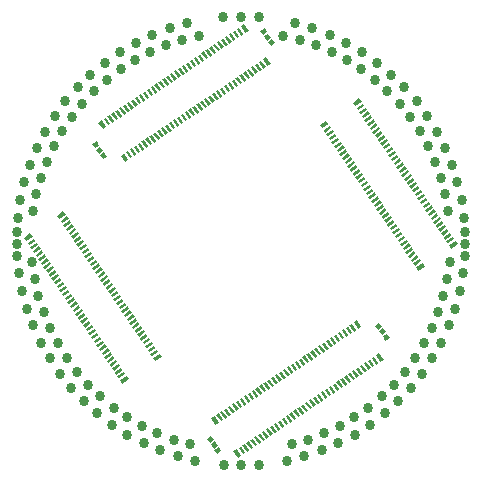
<source format=gtl>
G75*
%MOIN*%
%OFA0B0*%
%FSLAX24Y24*%
%IPPOS*%
%LPD*%
%AMOC8*
5,1,8,0,0,1.08239X$1,22.5*
%
%ADD10R,0.0091X0.0260*%
%ADD11R,0.0138X0.0260*%
%ADD12C,0.0337*%
%ADD13R,0.0170X0.0170*%
D10*
G36*
X003951Y003693D02*
X003901Y003768D01*
X004115Y003913D01*
X004165Y003838D01*
X003951Y003693D01*
G37*
G36*
X004039Y003563D02*
X003989Y003638D01*
X004203Y003783D01*
X004253Y003708D01*
X004039Y003563D01*
G37*
G36*
X003863Y003824D02*
X003813Y003899D01*
X004027Y004044D01*
X004077Y003969D01*
X003863Y003824D01*
G37*
G36*
X003775Y003954D02*
X003725Y004029D01*
X003939Y004174D01*
X003989Y004099D01*
X003775Y003954D01*
G37*
G36*
X003687Y004085D02*
X003637Y004160D01*
X003851Y004305D01*
X003901Y004230D01*
X003687Y004085D01*
G37*
G36*
X003599Y004215D02*
X003549Y004290D01*
X003763Y004435D01*
X003813Y004360D01*
X003599Y004215D01*
G37*
G36*
X003511Y004346D02*
X003461Y004421D01*
X003675Y004566D01*
X003725Y004491D01*
X003511Y004346D01*
G37*
G36*
X003423Y004477D02*
X003373Y004552D01*
X003587Y004697D01*
X003637Y004622D01*
X003423Y004477D01*
G37*
G36*
X003335Y004607D02*
X003285Y004682D01*
X003499Y004827D01*
X003549Y004752D01*
X003335Y004607D01*
G37*
G36*
X003246Y004738D02*
X003196Y004813D01*
X003410Y004958D01*
X003460Y004883D01*
X003246Y004738D01*
G37*
G36*
X003158Y004868D02*
X003108Y004943D01*
X003322Y005088D01*
X003372Y005013D01*
X003158Y004868D01*
G37*
G36*
X003070Y004999D02*
X003020Y005074D01*
X003234Y005219D01*
X003284Y005144D01*
X003070Y004999D01*
G37*
G36*
X002982Y005129D02*
X002932Y005204D01*
X003146Y005349D01*
X003196Y005274D01*
X002982Y005129D01*
G37*
G36*
X002894Y005260D02*
X002844Y005335D01*
X003058Y005480D01*
X003108Y005405D01*
X002894Y005260D01*
G37*
G36*
X002806Y005391D02*
X002756Y005466D01*
X002970Y005611D01*
X003020Y005536D01*
X002806Y005391D01*
G37*
G36*
X002718Y005521D02*
X002668Y005596D01*
X002882Y005741D01*
X002932Y005666D01*
X002718Y005521D01*
G37*
G36*
X002630Y005652D02*
X002580Y005727D01*
X002794Y005872D01*
X002844Y005797D01*
X002630Y005652D01*
G37*
G36*
X002542Y005782D02*
X002492Y005857D01*
X002706Y006002D01*
X002756Y005927D01*
X002542Y005782D01*
G37*
G36*
X002454Y005913D02*
X002404Y005988D01*
X002618Y006133D01*
X002668Y006058D01*
X002454Y005913D01*
G37*
G36*
X002366Y006043D02*
X002316Y006118D01*
X002530Y006263D01*
X002580Y006188D01*
X002366Y006043D01*
G37*
G36*
X002278Y006174D02*
X002228Y006249D01*
X002442Y006394D01*
X002492Y006319D01*
X002278Y006174D01*
G37*
G36*
X002190Y006304D02*
X002140Y006379D01*
X002354Y006524D01*
X002404Y006449D01*
X002190Y006304D01*
G37*
G36*
X002102Y006435D02*
X002052Y006510D01*
X002266Y006655D01*
X002316Y006580D01*
X002102Y006435D01*
G37*
G36*
X002014Y006566D02*
X001964Y006641D01*
X002178Y006786D01*
X002228Y006711D01*
X002014Y006566D01*
G37*
G36*
X001926Y006696D02*
X001876Y006771D01*
X002090Y006916D01*
X002140Y006841D01*
X001926Y006696D01*
G37*
G36*
X001837Y006827D02*
X001787Y006902D01*
X002001Y007047D01*
X002051Y006972D01*
X001837Y006827D01*
G37*
G36*
X001749Y006957D02*
X001699Y007032D01*
X001913Y007177D01*
X001963Y007102D01*
X001749Y006957D01*
G37*
G36*
X001661Y007088D02*
X001611Y007163D01*
X001825Y007308D01*
X001875Y007233D01*
X001661Y007088D01*
G37*
G36*
X001573Y007218D02*
X001523Y007293D01*
X001737Y007438D01*
X001787Y007363D01*
X001573Y007218D01*
G37*
G36*
X001485Y007349D02*
X001435Y007424D01*
X001649Y007569D01*
X001699Y007494D01*
X001485Y007349D01*
G37*
G36*
X001397Y007479D02*
X001347Y007554D01*
X001561Y007699D01*
X001611Y007624D01*
X001397Y007479D01*
G37*
G36*
X001309Y007610D02*
X001259Y007685D01*
X001473Y007830D01*
X001523Y007755D01*
X001309Y007610D01*
G37*
G36*
X001221Y007741D02*
X001171Y007816D01*
X001385Y007961D01*
X001435Y007886D01*
X001221Y007741D01*
G37*
G36*
X001133Y007871D02*
X001083Y007946D01*
X001297Y008091D01*
X001347Y008016D01*
X001133Y007871D01*
G37*
G36*
X001045Y008002D02*
X000995Y008077D01*
X001209Y008222D01*
X001259Y008147D01*
X001045Y008002D01*
G37*
G36*
X002309Y008964D02*
X002359Y008889D01*
X002145Y008744D01*
X002095Y008819D01*
X002309Y008964D01*
G37*
G36*
X002397Y008833D02*
X002447Y008758D01*
X002233Y008613D01*
X002183Y008688D01*
X002397Y008833D01*
G37*
G36*
X002485Y008702D02*
X002535Y008627D01*
X002321Y008482D01*
X002271Y008557D01*
X002485Y008702D01*
G37*
G36*
X002573Y008572D02*
X002623Y008497D01*
X002409Y008352D01*
X002359Y008427D01*
X002573Y008572D01*
G37*
G36*
X002661Y008441D02*
X002711Y008366D01*
X002497Y008221D01*
X002447Y008296D01*
X002661Y008441D01*
G37*
G36*
X002749Y008311D02*
X002799Y008236D01*
X002585Y008091D01*
X002535Y008166D01*
X002749Y008311D01*
G37*
G36*
X002837Y008180D02*
X002887Y008105D01*
X002673Y007960D01*
X002623Y008035D01*
X002837Y008180D01*
G37*
G36*
X002925Y008050D02*
X002975Y007975D01*
X002761Y007830D01*
X002711Y007905D01*
X002925Y008050D01*
G37*
G36*
X003013Y007919D02*
X003063Y007844D01*
X002849Y007699D01*
X002799Y007774D01*
X003013Y007919D01*
G37*
G36*
X003101Y007789D02*
X003151Y007714D01*
X002937Y007569D01*
X002887Y007644D01*
X003101Y007789D01*
G37*
G36*
X003189Y007658D02*
X003239Y007583D01*
X003025Y007438D01*
X002975Y007513D01*
X003189Y007658D01*
G37*
G36*
X003278Y007527D02*
X003328Y007452D01*
X003114Y007307D01*
X003064Y007382D01*
X003278Y007527D01*
G37*
G36*
X003366Y007397D02*
X003416Y007322D01*
X003202Y007177D01*
X003152Y007252D01*
X003366Y007397D01*
G37*
G36*
X003454Y007266D02*
X003504Y007191D01*
X003290Y007046D01*
X003240Y007121D01*
X003454Y007266D01*
G37*
G36*
X003542Y007136D02*
X003592Y007061D01*
X003378Y006916D01*
X003328Y006991D01*
X003542Y007136D01*
G37*
G36*
X003630Y007005D02*
X003680Y006930D01*
X003466Y006785D01*
X003416Y006860D01*
X003630Y007005D01*
G37*
G36*
X003718Y006875D02*
X003768Y006800D01*
X003554Y006655D01*
X003504Y006730D01*
X003718Y006875D01*
G37*
G36*
X003806Y006744D02*
X003856Y006669D01*
X003642Y006524D01*
X003592Y006599D01*
X003806Y006744D01*
G37*
G36*
X003894Y006614D02*
X003944Y006539D01*
X003730Y006394D01*
X003680Y006469D01*
X003894Y006614D01*
G37*
G36*
X003982Y006483D02*
X004032Y006408D01*
X003818Y006263D01*
X003768Y006338D01*
X003982Y006483D01*
G37*
G36*
X004070Y006352D02*
X004120Y006277D01*
X003906Y006132D01*
X003856Y006207D01*
X004070Y006352D01*
G37*
G36*
X004158Y006222D02*
X004208Y006147D01*
X003994Y006002D01*
X003944Y006077D01*
X004158Y006222D01*
G37*
G36*
X004246Y006091D02*
X004296Y006016D01*
X004082Y005871D01*
X004032Y005946D01*
X004246Y006091D01*
G37*
G36*
X004334Y005961D02*
X004384Y005886D01*
X004170Y005741D01*
X004120Y005816D01*
X004334Y005961D01*
G37*
G36*
X004422Y005830D02*
X004472Y005755D01*
X004258Y005610D01*
X004208Y005685D01*
X004422Y005830D01*
G37*
G36*
X004510Y005700D02*
X004560Y005625D01*
X004346Y005480D01*
X004296Y005555D01*
X004510Y005700D01*
G37*
G36*
X004598Y005569D02*
X004648Y005494D01*
X004434Y005349D01*
X004384Y005424D01*
X004598Y005569D01*
G37*
G36*
X004687Y005439D02*
X004737Y005364D01*
X004523Y005219D01*
X004473Y005294D01*
X004687Y005439D01*
G37*
G36*
X004775Y005308D02*
X004825Y005233D01*
X004611Y005088D01*
X004561Y005163D01*
X004775Y005308D01*
G37*
G36*
X004863Y005177D02*
X004913Y005102D01*
X004699Y004957D01*
X004649Y005032D01*
X004863Y005177D01*
G37*
G36*
X004951Y005047D02*
X005001Y004972D01*
X004787Y004827D01*
X004737Y004902D01*
X004951Y005047D01*
G37*
G36*
X005039Y004916D02*
X005089Y004841D01*
X004875Y004696D01*
X004825Y004771D01*
X005039Y004916D01*
G37*
G36*
X005127Y004786D02*
X005177Y004711D01*
X004963Y004566D01*
X004913Y004641D01*
X005127Y004786D01*
G37*
G36*
X005215Y004655D02*
X005265Y004580D01*
X005051Y004435D01*
X005001Y004510D01*
X005215Y004655D01*
G37*
G36*
X005303Y004525D02*
X005353Y004450D01*
X005139Y004305D01*
X005089Y004380D01*
X005303Y004525D01*
G37*
G36*
X007285Y002345D02*
X007360Y002395D01*
X007505Y002181D01*
X007430Y002131D01*
X007285Y002345D01*
G37*
G36*
X007416Y002433D02*
X007491Y002483D01*
X007636Y002269D01*
X007561Y002219D01*
X007416Y002433D01*
G37*
G36*
X007546Y002521D02*
X007621Y002571D01*
X007766Y002357D01*
X007691Y002307D01*
X007546Y002521D01*
G37*
G36*
X007677Y002609D02*
X007752Y002659D01*
X007897Y002445D01*
X007822Y002395D01*
X007677Y002609D01*
G37*
G36*
X007807Y002697D02*
X007882Y002747D01*
X008027Y002533D01*
X007952Y002483D01*
X007807Y002697D01*
G37*
G36*
X007938Y002785D02*
X008013Y002835D01*
X008158Y002621D01*
X008083Y002571D01*
X007938Y002785D01*
G37*
G36*
X008069Y002874D02*
X008144Y002924D01*
X008289Y002710D01*
X008214Y002660D01*
X008069Y002874D01*
G37*
G36*
X008199Y002962D02*
X008274Y003012D01*
X008419Y002798D01*
X008344Y002748D01*
X008199Y002962D01*
G37*
G36*
X008330Y003050D02*
X008405Y003100D01*
X008550Y002886D01*
X008475Y002836D01*
X008330Y003050D01*
G37*
G36*
X008460Y003138D02*
X008535Y003188D01*
X008680Y002974D01*
X008605Y002924D01*
X008460Y003138D01*
G37*
G36*
X008591Y003226D02*
X008666Y003276D01*
X008811Y003062D01*
X008736Y003012D01*
X008591Y003226D01*
G37*
G36*
X008721Y003314D02*
X008796Y003364D01*
X008941Y003150D01*
X008866Y003100D01*
X008721Y003314D01*
G37*
G36*
X008852Y003402D02*
X008927Y003452D01*
X009072Y003238D01*
X008997Y003188D01*
X008852Y003402D01*
G37*
G36*
X008982Y003490D02*
X009057Y003540D01*
X009202Y003326D01*
X009127Y003276D01*
X008982Y003490D01*
G37*
G36*
X009113Y003578D02*
X009188Y003628D01*
X009333Y003414D01*
X009258Y003364D01*
X009113Y003578D01*
G37*
G36*
X009244Y003666D02*
X009319Y003716D01*
X009464Y003502D01*
X009389Y003452D01*
X009244Y003666D01*
G37*
G36*
X009374Y003754D02*
X009449Y003804D01*
X009594Y003590D01*
X009519Y003540D01*
X009374Y003754D01*
G37*
G36*
X009505Y003842D02*
X009580Y003892D01*
X009725Y003678D01*
X009650Y003628D01*
X009505Y003842D01*
G37*
G36*
X009635Y003930D02*
X009710Y003980D01*
X009855Y003766D01*
X009780Y003716D01*
X009635Y003930D01*
G37*
G36*
X009766Y004018D02*
X009841Y004068D01*
X009986Y003854D01*
X009911Y003804D01*
X009766Y004018D01*
G37*
G36*
X009896Y004106D02*
X009971Y004156D01*
X010116Y003942D01*
X010041Y003892D01*
X009896Y004106D01*
G37*
G36*
X010027Y004194D02*
X010102Y004244D01*
X010247Y004030D01*
X010172Y003980D01*
X010027Y004194D01*
G37*
G36*
X010157Y004283D02*
X010232Y004333D01*
X010377Y004119D01*
X010302Y004069D01*
X010157Y004283D01*
G37*
G36*
X010288Y004371D02*
X010363Y004421D01*
X010508Y004207D01*
X010433Y004157D01*
X010288Y004371D01*
G37*
G36*
X010419Y004459D02*
X010494Y004509D01*
X010639Y004295D01*
X010564Y004245D01*
X010419Y004459D01*
G37*
G36*
X010549Y004547D02*
X010624Y004597D01*
X010769Y004383D01*
X010694Y004333D01*
X010549Y004547D01*
G37*
G36*
X010680Y004635D02*
X010755Y004685D01*
X010900Y004471D01*
X010825Y004421D01*
X010680Y004635D01*
G37*
G36*
X010810Y004723D02*
X010885Y004773D01*
X011030Y004559D01*
X010955Y004509D01*
X010810Y004723D01*
G37*
G36*
X010941Y004811D02*
X011016Y004861D01*
X011161Y004647D01*
X011086Y004597D01*
X010941Y004811D01*
G37*
G36*
X011071Y004899D02*
X011146Y004949D01*
X011291Y004735D01*
X011216Y004685D01*
X011071Y004899D01*
G37*
G36*
X011202Y004987D02*
X011277Y005037D01*
X011422Y004823D01*
X011347Y004773D01*
X011202Y004987D01*
G37*
G36*
X011332Y005075D02*
X011407Y005125D01*
X011552Y004911D01*
X011477Y004861D01*
X011332Y005075D01*
G37*
G36*
X011463Y005163D02*
X011538Y005213D01*
X011683Y004999D01*
X011608Y004949D01*
X011463Y005163D01*
G37*
G36*
X011594Y005251D02*
X011669Y005301D01*
X011814Y005087D01*
X011739Y005037D01*
X011594Y005251D01*
G37*
G36*
X011724Y005339D02*
X011799Y005389D01*
X011944Y005175D01*
X011869Y005125D01*
X011724Y005339D01*
G37*
G36*
X012686Y004075D02*
X012611Y004025D01*
X012466Y004239D01*
X012541Y004289D01*
X012686Y004075D01*
G37*
G36*
X012556Y003987D02*
X012481Y003937D01*
X012336Y004151D01*
X012411Y004201D01*
X012556Y003987D01*
G37*
G36*
X012425Y003899D02*
X012350Y003849D01*
X012205Y004063D01*
X012280Y004113D01*
X012425Y003899D01*
G37*
G36*
X012294Y003811D02*
X012219Y003761D01*
X012074Y003975D01*
X012149Y004025D01*
X012294Y003811D01*
G37*
G36*
X012164Y003723D02*
X012089Y003673D01*
X011944Y003887D01*
X012019Y003937D01*
X012164Y003723D01*
G37*
G36*
X012033Y003635D02*
X011958Y003585D01*
X011813Y003799D01*
X011888Y003849D01*
X012033Y003635D01*
G37*
G36*
X011903Y003547D02*
X011828Y003497D01*
X011683Y003711D01*
X011758Y003761D01*
X011903Y003547D01*
G37*
G36*
X011772Y003459D02*
X011697Y003409D01*
X011552Y003623D01*
X011627Y003673D01*
X011772Y003459D01*
G37*
G36*
X011642Y003371D02*
X011567Y003321D01*
X011422Y003535D01*
X011497Y003585D01*
X011642Y003371D01*
G37*
G36*
X011511Y003283D02*
X011436Y003233D01*
X011291Y003447D01*
X011366Y003497D01*
X011511Y003283D01*
G37*
G36*
X011380Y003195D02*
X011305Y003145D01*
X011160Y003359D01*
X011235Y003409D01*
X011380Y003195D01*
G37*
G36*
X011250Y003107D02*
X011175Y003057D01*
X011030Y003271D01*
X011105Y003321D01*
X011250Y003107D01*
G37*
G36*
X011119Y003019D02*
X011044Y002969D01*
X010899Y003183D01*
X010974Y003233D01*
X011119Y003019D01*
G37*
G36*
X010989Y002931D02*
X010914Y002881D01*
X010769Y003095D01*
X010844Y003145D01*
X010989Y002931D01*
G37*
G36*
X010858Y002842D02*
X010783Y002792D01*
X010638Y003006D01*
X010713Y003056D01*
X010858Y002842D01*
G37*
G36*
X010728Y002754D02*
X010653Y002704D01*
X010508Y002918D01*
X010583Y002968D01*
X010728Y002754D01*
G37*
G36*
X010597Y002666D02*
X010522Y002616D01*
X010377Y002830D01*
X010452Y002880D01*
X010597Y002666D01*
G37*
G36*
X010467Y002578D02*
X010392Y002528D01*
X010247Y002742D01*
X010322Y002792D01*
X010467Y002578D01*
G37*
G36*
X010336Y002490D02*
X010261Y002440D01*
X010116Y002654D01*
X010191Y002704D01*
X010336Y002490D01*
G37*
G36*
X010205Y002402D02*
X010130Y002352D01*
X009985Y002566D01*
X010060Y002616D01*
X010205Y002402D01*
G37*
G36*
X010075Y002314D02*
X010000Y002264D01*
X009855Y002478D01*
X009930Y002528D01*
X010075Y002314D01*
G37*
G36*
X009944Y002226D02*
X009869Y002176D01*
X009724Y002390D01*
X009799Y002440D01*
X009944Y002226D01*
G37*
G36*
X009814Y002138D02*
X009739Y002088D01*
X009594Y002302D01*
X009669Y002352D01*
X009814Y002138D01*
G37*
G36*
X009683Y002050D02*
X009608Y002000D01*
X009463Y002214D01*
X009538Y002264D01*
X009683Y002050D01*
G37*
G36*
X009553Y001962D02*
X009478Y001912D01*
X009333Y002126D01*
X009408Y002176D01*
X009553Y001962D01*
G37*
G36*
X009422Y001874D02*
X009347Y001824D01*
X009202Y002038D01*
X009277Y002088D01*
X009422Y001874D01*
G37*
G36*
X009292Y001786D02*
X009217Y001736D01*
X009072Y001950D01*
X009147Y002000D01*
X009292Y001786D01*
G37*
G36*
X009161Y001698D02*
X009086Y001648D01*
X008941Y001862D01*
X009016Y001912D01*
X009161Y001698D01*
G37*
G36*
X009030Y001610D02*
X008955Y001560D01*
X008810Y001774D01*
X008885Y001824D01*
X009030Y001610D01*
G37*
G36*
X008900Y001522D02*
X008825Y001472D01*
X008680Y001686D01*
X008755Y001736D01*
X008900Y001522D01*
G37*
G36*
X008769Y001433D02*
X008694Y001383D01*
X008549Y001597D01*
X008624Y001647D01*
X008769Y001433D01*
G37*
G36*
X008639Y001345D02*
X008564Y001295D01*
X008419Y001509D01*
X008494Y001559D01*
X008639Y001345D01*
G37*
G36*
X008508Y001257D02*
X008433Y001207D01*
X008288Y001421D01*
X008363Y001471D01*
X008508Y001257D01*
G37*
G36*
X008378Y001169D02*
X008303Y001119D01*
X008158Y001333D01*
X008233Y001383D01*
X008378Y001169D01*
G37*
G36*
X008247Y001081D02*
X008172Y001031D01*
X008027Y001245D01*
X008102Y001295D01*
X008247Y001081D01*
G37*
G36*
X013904Y007322D02*
X013854Y007397D01*
X014068Y007542D01*
X014118Y007467D01*
X013904Y007322D01*
G37*
G36*
X013816Y007452D02*
X013766Y007527D01*
X013980Y007672D01*
X014030Y007597D01*
X013816Y007452D01*
G37*
G36*
X013727Y007583D02*
X013677Y007658D01*
X013891Y007803D01*
X013941Y007728D01*
X013727Y007583D01*
G37*
G36*
X013639Y007713D02*
X013589Y007788D01*
X013803Y007933D01*
X013853Y007858D01*
X013639Y007713D01*
G37*
G36*
X013551Y007844D02*
X013501Y007919D01*
X013715Y008064D01*
X013765Y007989D01*
X013551Y007844D01*
G37*
G36*
X013463Y007974D02*
X013413Y008049D01*
X013627Y008194D01*
X013677Y008119D01*
X013463Y007974D01*
G37*
G36*
X013375Y008105D02*
X013325Y008180D01*
X013539Y008325D01*
X013589Y008250D01*
X013375Y008105D01*
G37*
G36*
X013287Y008235D02*
X013237Y008310D01*
X013451Y008455D01*
X013501Y008380D01*
X013287Y008235D01*
G37*
G36*
X013199Y008366D02*
X013149Y008441D01*
X013363Y008586D01*
X013413Y008511D01*
X013199Y008366D01*
G37*
G36*
X013111Y008497D02*
X013061Y008572D01*
X013275Y008717D01*
X013325Y008642D01*
X013111Y008497D01*
G37*
G36*
X013023Y008627D02*
X012973Y008702D01*
X013187Y008847D01*
X013237Y008772D01*
X013023Y008627D01*
G37*
G36*
X012935Y008758D02*
X012885Y008833D01*
X013099Y008978D01*
X013149Y008903D01*
X012935Y008758D01*
G37*
G36*
X012847Y008888D02*
X012797Y008963D01*
X013011Y009108D01*
X013061Y009033D01*
X012847Y008888D01*
G37*
G36*
X012759Y009019D02*
X012709Y009094D01*
X012923Y009239D01*
X012973Y009164D01*
X012759Y009019D01*
G37*
G36*
X012671Y009149D02*
X012621Y009224D01*
X012835Y009369D01*
X012885Y009294D01*
X012671Y009149D01*
G37*
G36*
X012583Y009280D02*
X012533Y009355D01*
X012747Y009500D01*
X012797Y009425D01*
X012583Y009280D01*
G37*
G36*
X012495Y009410D02*
X012445Y009485D01*
X012659Y009630D01*
X012709Y009555D01*
X012495Y009410D01*
G37*
G36*
X012407Y009541D02*
X012357Y009616D01*
X012571Y009761D01*
X012621Y009686D01*
X012407Y009541D01*
G37*
G36*
X012318Y009672D02*
X012268Y009747D01*
X012482Y009892D01*
X012532Y009817D01*
X012318Y009672D01*
G37*
G36*
X012230Y009802D02*
X012180Y009877D01*
X012394Y010022D01*
X012444Y009947D01*
X012230Y009802D01*
G37*
G36*
X012142Y009933D02*
X012092Y010008D01*
X012306Y010153D01*
X012356Y010078D01*
X012142Y009933D01*
G37*
G36*
X012054Y010063D02*
X012004Y010138D01*
X012218Y010283D01*
X012268Y010208D01*
X012054Y010063D01*
G37*
G36*
X011966Y010194D02*
X011916Y010269D01*
X012130Y010414D01*
X012180Y010339D01*
X011966Y010194D01*
G37*
G36*
X011878Y010324D02*
X011828Y010399D01*
X012042Y010544D01*
X012092Y010469D01*
X011878Y010324D01*
G37*
G36*
X011790Y010455D02*
X011740Y010530D01*
X011954Y010675D01*
X012004Y010600D01*
X011790Y010455D01*
G37*
G36*
X011702Y010585D02*
X011652Y010660D01*
X011866Y010805D01*
X011916Y010730D01*
X011702Y010585D01*
G37*
G36*
X011614Y010716D02*
X011564Y010791D01*
X011778Y010936D01*
X011828Y010861D01*
X011614Y010716D01*
G37*
G36*
X011526Y010847D02*
X011476Y010922D01*
X011690Y011067D01*
X011740Y010992D01*
X011526Y010847D01*
G37*
G36*
X011438Y010977D02*
X011388Y011052D01*
X011602Y011197D01*
X011652Y011122D01*
X011438Y010977D01*
G37*
G36*
X011350Y011108D02*
X011300Y011183D01*
X011514Y011328D01*
X011564Y011253D01*
X011350Y011108D01*
G37*
G36*
X011262Y011238D02*
X011212Y011313D01*
X011426Y011458D01*
X011476Y011383D01*
X011262Y011238D01*
G37*
G36*
X011174Y011369D02*
X011124Y011444D01*
X011338Y011589D01*
X011388Y011514D01*
X011174Y011369D01*
G37*
G36*
X011086Y011499D02*
X011036Y011574D01*
X011250Y011719D01*
X011300Y011644D01*
X011086Y011499D01*
G37*
G36*
X010998Y011630D02*
X010948Y011705D01*
X011162Y011850D01*
X011212Y011775D01*
X010998Y011630D01*
G37*
G36*
X010909Y011760D02*
X010859Y011835D01*
X011073Y011980D01*
X011123Y011905D01*
X010909Y011760D01*
G37*
G36*
X012173Y012722D02*
X012223Y012647D01*
X012009Y012502D01*
X011959Y012577D01*
X012173Y012722D01*
G37*
G36*
X012261Y012592D02*
X012311Y012517D01*
X012097Y012372D01*
X012047Y012447D01*
X012261Y012592D01*
G37*
G36*
X012350Y012461D02*
X012400Y012386D01*
X012186Y012241D01*
X012136Y012316D01*
X012350Y012461D01*
G37*
G36*
X012438Y012331D02*
X012488Y012256D01*
X012274Y012111D01*
X012224Y012186D01*
X012438Y012331D01*
G37*
G36*
X012526Y012200D02*
X012576Y012125D01*
X012362Y011980D01*
X012312Y012055D01*
X012526Y012200D01*
G37*
G36*
X012614Y012070D02*
X012664Y011995D01*
X012450Y011850D01*
X012400Y011925D01*
X012614Y012070D01*
G37*
G36*
X012702Y011939D02*
X012752Y011864D01*
X012538Y011719D01*
X012488Y011794D01*
X012702Y011939D01*
G37*
G36*
X012790Y011808D02*
X012840Y011733D01*
X012626Y011588D01*
X012576Y011663D01*
X012790Y011808D01*
G37*
G36*
X012878Y011678D02*
X012928Y011603D01*
X012714Y011458D01*
X012664Y011533D01*
X012878Y011678D01*
G37*
G36*
X012966Y011547D02*
X013016Y011472D01*
X012802Y011327D01*
X012752Y011402D01*
X012966Y011547D01*
G37*
G36*
X013054Y011417D02*
X013104Y011342D01*
X012890Y011197D01*
X012840Y011272D01*
X013054Y011417D01*
G37*
G36*
X013142Y011286D02*
X013192Y011211D01*
X012978Y011066D01*
X012928Y011141D01*
X013142Y011286D01*
G37*
G36*
X013230Y011156D02*
X013280Y011081D01*
X013066Y010936D01*
X013016Y011011D01*
X013230Y011156D01*
G37*
G36*
X013318Y011025D02*
X013368Y010950D01*
X013154Y010805D01*
X013104Y010880D01*
X013318Y011025D01*
G37*
G36*
X013406Y010895D02*
X013456Y010820D01*
X013242Y010675D01*
X013192Y010750D01*
X013406Y010895D01*
G37*
G36*
X013494Y010764D02*
X013544Y010689D01*
X013330Y010544D01*
X013280Y010619D01*
X013494Y010764D01*
G37*
G36*
X013582Y010633D02*
X013632Y010558D01*
X013418Y010413D01*
X013368Y010488D01*
X013582Y010633D01*
G37*
G36*
X013670Y010503D02*
X013720Y010428D01*
X013506Y010283D01*
X013456Y010358D01*
X013670Y010503D01*
G37*
G36*
X013759Y010372D02*
X013809Y010297D01*
X013595Y010152D01*
X013545Y010227D01*
X013759Y010372D01*
G37*
G36*
X013847Y010242D02*
X013897Y010167D01*
X013683Y010022D01*
X013633Y010097D01*
X013847Y010242D01*
G37*
G36*
X013935Y010111D02*
X013985Y010036D01*
X013771Y009891D01*
X013721Y009966D01*
X013935Y010111D01*
G37*
G36*
X014023Y009981D02*
X014073Y009906D01*
X013859Y009761D01*
X013809Y009836D01*
X014023Y009981D01*
G37*
G36*
X014111Y009850D02*
X014161Y009775D01*
X013947Y009630D01*
X013897Y009705D01*
X014111Y009850D01*
G37*
G36*
X014199Y009720D02*
X014249Y009645D01*
X014035Y009500D01*
X013985Y009575D01*
X014199Y009720D01*
G37*
G36*
X014287Y009589D02*
X014337Y009514D01*
X014123Y009369D01*
X014073Y009444D01*
X014287Y009589D01*
G37*
G36*
X014375Y009458D02*
X014425Y009383D01*
X014211Y009238D01*
X014161Y009313D01*
X014375Y009458D01*
G37*
G36*
X014463Y009328D02*
X014513Y009253D01*
X014299Y009108D01*
X014249Y009183D01*
X014463Y009328D01*
G37*
G36*
X014551Y009197D02*
X014601Y009122D01*
X014387Y008977D01*
X014337Y009052D01*
X014551Y009197D01*
G37*
G36*
X014639Y009067D02*
X014689Y008992D01*
X014475Y008847D01*
X014425Y008922D01*
X014639Y009067D01*
G37*
G36*
X014727Y008936D02*
X014777Y008861D01*
X014563Y008716D01*
X014513Y008791D01*
X014727Y008936D01*
G37*
G36*
X014815Y008806D02*
X014865Y008731D01*
X014651Y008586D01*
X014601Y008661D01*
X014815Y008806D01*
G37*
G36*
X014903Y008675D02*
X014953Y008600D01*
X014739Y008455D01*
X014689Y008530D01*
X014903Y008675D01*
G37*
G36*
X014991Y008545D02*
X015041Y008470D01*
X014827Y008325D01*
X014777Y008400D01*
X014991Y008545D01*
G37*
G36*
X015079Y008414D02*
X015129Y008339D01*
X014915Y008194D01*
X014865Y008269D01*
X015079Y008414D01*
G37*
G36*
X015168Y008283D02*
X015218Y008208D01*
X015004Y008063D01*
X014954Y008138D01*
X015168Y008283D01*
G37*
G36*
X008927Y013940D02*
X008852Y013890D01*
X008707Y014104D01*
X008782Y014154D01*
X008927Y013940D01*
G37*
G36*
X008797Y013852D02*
X008722Y013802D01*
X008577Y014016D01*
X008652Y014066D01*
X008797Y013852D01*
G37*
G36*
X008666Y013764D02*
X008591Y013714D01*
X008446Y013928D01*
X008521Y013978D01*
X008666Y013764D01*
G37*
G36*
X008536Y013676D02*
X008461Y013626D01*
X008316Y013840D01*
X008391Y013890D01*
X008536Y013676D01*
G37*
G36*
X008405Y013588D02*
X008330Y013538D01*
X008185Y013752D01*
X008260Y013802D01*
X008405Y013588D01*
G37*
G36*
X008274Y013500D02*
X008199Y013450D01*
X008054Y013664D01*
X008129Y013714D01*
X008274Y013500D01*
G37*
G36*
X008144Y013412D02*
X008069Y013362D01*
X007924Y013576D01*
X007999Y013626D01*
X008144Y013412D01*
G37*
G36*
X008013Y013323D02*
X007938Y013273D01*
X007793Y013487D01*
X007868Y013537D01*
X008013Y013323D01*
G37*
G36*
X007883Y013235D02*
X007808Y013185D01*
X007663Y013399D01*
X007738Y013449D01*
X007883Y013235D01*
G37*
G36*
X007752Y013147D02*
X007677Y013097D01*
X007532Y013311D01*
X007607Y013361D01*
X007752Y013147D01*
G37*
G36*
X007622Y013059D02*
X007547Y013009D01*
X007402Y013223D01*
X007477Y013273D01*
X007622Y013059D01*
G37*
G36*
X007491Y012971D02*
X007416Y012921D01*
X007271Y013135D01*
X007346Y013185D01*
X007491Y012971D01*
G37*
G36*
X007361Y012883D02*
X007286Y012833D01*
X007141Y013047D01*
X007216Y013097D01*
X007361Y012883D01*
G37*
G36*
X007230Y012795D02*
X007155Y012745D01*
X007010Y012959D01*
X007085Y013009D01*
X007230Y012795D01*
G37*
G36*
X007099Y012707D02*
X007024Y012657D01*
X006879Y012871D01*
X006954Y012921D01*
X007099Y012707D01*
G37*
G36*
X006969Y012619D02*
X006894Y012569D01*
X006749Y012783D01*
X006824Y012833D01*
X006969Y012619D01*
G37*
G36*
X006838Y012531D02*
X006763Y012481D01*
X006618Y012695D01*
X006693Y012745D01*
X006838Y012531D01*
G37*
G36*
X006708Y012443D02*
X006633Y012393D01*
X006488Y012607D01*
X006563Y012657D01*
X006708Y012443D01*
G37*
G36*
X006577Y012355D02*
X006502Y012305D01*
X006357Y012519D01*
X006432Y012569D01*
X006577Y012355D01*
G37*
G36*
X006447Y012267D02*
X006372Y012217D01*
X006227Y012431D01*
X006302Y012481D01*
X006447Y012267D01*
G37*
G36*
X006316Y012179D02*
X006241Y012129D01*
X006096Y012343D01*
X006171Y012393D01*
X006316Y012179D01*
G37*
G36*
X006186Y012091D02*
X006111Y012041D01*
X005966Y012255D01*
X006041Y012305D01*
X006186Y012091D01*
G37*
G36*
X006055Y012003D02*
X005980Y011953D01*
X005835Y012167D01*
X005910Y012217D01*
X006055Y012003D01*
G37*
G36*
X005924Y011914D02*
X005849Y011864D01*
X005704Y012078D01*
X005779Y012128D01*
X005924Y011914D01*
G37*
G36*
X005794Y011826D02*
X005719Y011776D01*
X005574Y011990D01*
X005649Y012040D01*
X005794Y011826D01*
G37*
G36*
X005663Y011738D02*
X005588Y011688D01*
X005443Y011902D01*
X005518Y011952D01*
X005663Y011738D01*
G37*
G36*
X005533Y011650D02*
X005458Y011600D01*
X005313Y011814D01*
X005388Y011864D01*
X005533Y011650D01*
G37*
G36*
X005402Y011562D02*
X005327Y011512D01*
X005182Y011726D01*
X005257Y011776D01*
X005402Y011562D01*
G37*
G36*
X005272Y011474D02*
X005197Y011424D01*
X005052Y011638D01*
X005127Y011688D01*
X005272Y011474D01*
G37*
G36*
X005141Y011386D02*
X005066Y011336D01*
X004921Y011550D01*
X004996Y011600D01*
X005141Y011386D01*
G37*
G36*
X005011Y011298D02*
X004936Y011248D01*
X004791Y011462D01*
X004866Y011512D01*
X005011Y011298D01*
G37*
G36*
X004880Y011210D02*
X004805Y011160D01*
X004660Y011374D01*
X004735Y011424D01*
X004880Y011210D01*
G37*
G36*
X004749Y011122D02*
X004674Y011072D01*
X004529Y011286D01*
X004604Y011336D01*
X004749Y011122D01*
G37*
G36*
X004619Y011034D02*
X004544Y010984D01*
X004399Y011198D01*
X004474Y011248D01*
X004619Y011034D01*
G37*
G36*
X004488Y010946D02*
X004413Y010896D01*
X004268Y011110D01*
X004343Y011160D01*
X004488Y010946D01*
G37*
G36*
X003526Y012210D02*
X003601Y012260D01*
X003746Y012046D01*
X003671Y011996D01*
X003526Y012210D01*
G37*
G36*
X003657Y012298D02*
X003732Y012348D01*
X003877Y012134D01*
X003802Y012084D01*
X003657Y012298D01*
G37*
G36*
X003788Y012386D02*
X003863Y012436D01*
X004008Y012222D01*
X003933Y012172D01*
X003788Y012386D01*
G37*
G36*
X003918Y012474D02*
X003993Y012524D01*
X004138Y012310D01*
X004063Y012260D01*
X003918Y012474D01*
G37*
G36*
X004049Y012562D02*
X004124Y012612D01*
X004269Y012398D01*
X004194Y012348D01*
X004049Y012562D01*
G37*
G36*
X004179Y012650D02*
X004254Y012700D01*
X004399Y012486D01*
X004324Y012436D01*
X004179Y012650D01*
G37*
G36*
X004310Y012738D02*
X004385Y012788D01*
X004530Y012574D01*
X004455Y012524D01*
X004310Y012738D01*
G37*
G36*
X004440Y012826D02*
X004515Y012876D01*
X004660Y012662D01*
X004585Y012612D01*
X004440Y012826D01*
G37*
G36*
X004571Y012914D02*
X004646Y012964D01*
X004791Y012750D01*
X004716Y012700D01*
X004571Y012914D01*
G37*
G36*
X004701Y013002D02*
X004776Y013052D01*
X004921Y012838D01*
X004846Y012788D01*
X004701Y013002D01*
G37*
G36*
X004832Y013090D02*
X004907Y013140D01*
X005052Y012926D01*
X004977Y012876D01*
X004832Y013090D01*
G37*
G36*
X004963Y013178D02*
X005038Y013228D01*
X005183Y013014D01*
X005108Y012964D01*
X004963Y013178D01*
G37*
G36*
X005093Y013266D02*
X005168Y013316D01*
X005313Y013102D01*
X005238Y013052D01*
X005093Y013266D01*
G37*
G36*
X005224Y013355D02*
X005299Y013405D01*
X005444Y013191D01*
X005369Y013141D01*
X005224Y013355D01*
G37*
G36*
X005354Y013443D02*
X005429Y013493D01*
X005574Y013279D01*
X005499Y013229D01*
X005354Y013443D01*
G37*
G36*
X005485Y013531D02*
X005560Y013581D01*
X005705Y013367D01*
X005630Y013317D01*
X005485Y013531D01*
G37*
G36*
X005615Y013619D02*
X005690Y013669D01*
X005835Y013455D01*
X005760Y013405D01*
X005615Y013619D01*
G37*
G36*
X005746Y013707D02*
X005821Y013757D01*
X005966Y013543D01*
X005891Y013493D01*
X005746Y013707D01*
G37*
G36*
X005876Y013795D02*
X005951Y013845D01*
X006096Y013631D01*
X006021Y013581D01*
X005876Y013795D01*
G37*
G36*
X006007Y013883D02*
X006082Y013933D01*
X006227Y013719D01*
X006152Y013669D01*
X006007Y013883D01*
G37*
G36*
X006138Y013971D02*
X006213Y014021D01*
X006358Y013807D01*
X006283Y013757D01*
X006138Y013971D01*
G37*
G36*
X006268Y014059D02*
X006343Y014109D01*
X006488Y013895D01*
X006413Y013845D01*
X006268Y014059D01*
G37*
G36*
X006399Y014147D02*
X006474Y014197D01*
X006619Y013983D01*
X006544Y013933D01*
X006399Y014147D01*
G37*
G36*
X006529Y014235D02*
X006604Y014285D01*
X006749Y014071D01*
X006674Y014021D01*
X006529Y014235D01*
G37*
G36*
X006660Y014323D02*
X006735Y014373D01*
X006880Y014159D01*
X006805Y014109D01*
X006660Y014323D01*
G37*
G36*
X006790Y014411D02*
X006865Y014461D01*
X007010Y014247D01*
X006935Y014197D01*
X006790Y014411D01*
G37*
G36*
X006921Y014499D02*
X006996Y014549D01*
X007141Y014335D01*
X007066Y014285D01*
X006921Y014499D01*
G37*
G36*
X007051Y014587D02*
X007126Y014637D01*
X007271Y014423D01*
X007196Y014373D01*
X007051Y014587D01*
G37*
G36*
X007182Y014675D02*
X007257Y014725D01*
X007402Y014511D01*
X007327Y014461D01*
X007182Y014675D01*
G37*
G36*
X007313Y014764D02*
X007388Y014814D01*
X007533Y014600D01*
X007458Y014550D01*
X007313Y014764D01*
G37*
G36*
X007443Y014852D02*
X007518Y014902D01*
X007663Y014688D01*
X007588Y014638D01*
X007443Y014852D01*
G37*
G36*
X007574Y014940D02*
X007649Y014990D01*
X007794Y014776D01*
X007719Y014726D01*
X007574Y014940D01*
G37*
G36*
X007704Y015028D02*
X007779Y015078D01*
X007924Y014864D01*
X007849Y014814D01*
X007704Y015028D01*
G37*
G36*
X007835Y015116D02*
X007910Y015166D01*
X008055Y014952D01*
X007980Y014902D01*
X007835Y015116D01*
G37*
G36*
X007965Y015204D02*
X008040Y015254D01*
X008185Y015040D01*
X008110Y014990D01*
X007965Y015204D01*
G37*
D11*
G36*
X008101Y015295D02*
X008215Y015372D01*
X008359Y015157D01*
X008245Y015080D01*
X008101Y015295D01*
G37*
G36*
X009101Y014057D02*
X008987Y013980D01*
X008843Y014195D01*
X008957Y014272D01*
X009101Y014057D01*
G37*
G36*
X010818Y011896D02*
X010741Y012010D01*
X010956Y012154D01*
X011033Y012040D01*
X010818Y011896D01*
G37*
G36*
X012056Y012896D02*
X012133Y012782D01*
X011918Y012638D01*
X011841Y012752D01*
X012056Y012896D01*
G37*
G36*
X015259Y008147D02*
X015336Y008033D01*
X015121Y007889D01*
X015044Y008003D01*
X015259Y008147D01*
G37*
G36*
X014021Y007147D02*
X013944Y007261D01*
X014159Y007405D01*
X014236Y007291D01*
X014021Y007147D01*
G37*
G36*
X011860Y005431D02*
X011974Y005508D01*
X012118Y005293D01*
X012004Y005216D01*
X011860Y005431D01*
G37*
G36*
X012860Y004193D02*
X012746Y004116D01*
X012602Y004331D01*
X012716Y004408D01*
X012860Y004193D01*
G37*
G36*
X008111Y000990D02*
X007997Y000913D01*
X007853Y001128D01*
X007967Y001205D01*
X008111Y000990D01*
G37*
G36*
X007111Y002228D02*
X007225Y002305D01*
X007369Y002090D01*
X007255Y002013D01*
X007111Y002228D01*
G37*
G36*
X005395Y004389D02*
X005472Y004275D01*
X005257Y004131D01*
X005180Y004245D01*
X005395Y004389D01*
G37*
G36*
X004157Y003389D02*
X004080Y003503D01*
X004295Y003647D01*
X004372Y003533D01*
X004157Y003389D01*
G37*
G36*
X000953Y008138D02*
X000876Y008252D01*
X001091Y008396D01*
X001168Y008282D01*
X000953Y008138D01*
G37*
G36*
X002191Y009138D02*
X002268Y009024D01*
X002053Y008880D01*
X001976Y008994D01*
X002191Y009138D01*
G37*
G36*
X004352Y010854D02*
X004238Y010777D01*
X004094Y010992D01*
X004208Y011069D01*
X004352Y010854D01*
G37*
G36*
X003352Y012092D02*
X003466Y012169D01*
X003610Y011954D01*
X003496Y011877D01*
X003352Y012092D01*
G37*
D12*
X002874Y002797D03*
X003412Y002962D03*
X003013Y003353D03*
X002450Y003250D03*
X002637Y003788D03*
X002306Y004240D03*
X002079Y003713D03*
X001727Y004239D03*
X001999Y004740D03*
X001746Y005239D03*
X001437Y004757D03*
X001175Y005333D03*
X001525Y005783D03*
X001358Y006317D03*
X000973Y005891D03*
X000812Y006490D03*
X001230Y006878D03*
X000703Y007074D03*
X001151Y007432D03*
X000626Y007650D03*
X000626Y008044D03*
X000626Y008438D03*
X000668Y008916D03*
X001188Y009149D03*
X000751Y009504D03*
X001290Y009699D03*
X000890Y010108D03*
X001442Y010254D03*
X001632Y010780D03*
X001308Y011260D03*
X001876Y011314D03*
X002149Y011802D03*
X001901Y012318D03*
X002251Y012797D03*
X002470Y012279D03*
X002819Y012717D03*
X003222Y013144D03*
X003637Y013519D03*
X003090Y013691D03*
X002667Y013275D03*
X003578Y014094D03*
X004104Y013875D03*
X004575Y014176D03*
X004064Y014436D03*
X004599Y014748D03*
X005083Y014446D03*
X005597Y014668D03*
X005134Y015006D03*
X005725Y015232D03*
X006153Y014855D03*
X006295Y015400D03*
X006696Y014990D03*
X007516Y015623D03*
X008106Y015623D03*
X008697Y015623D03*
X009516Y014990D03*
X010059Y014855D03*
X009918Y015400D03*
X010487Y015232D03*
X010616Y014668D03*
X011129Y014446D03*
X011613Y014748D03*
X011079Y015006D03*
X011637Y014176D03*
X012108Y013875D03*
X012149Y014436D03*
X012634Y014094D03*
X013122Y013691D03*
X012991Y013144D03*
X012575Y013519D03*
X013394Y012717D03*
X013742Y012279D03*
X013961Y012797D03*
X014311Y012318D03*
X014063Y011802D03*
X014337Y011314D03*
X014636Y011790D03*
X014904Y011260D03*
X014581Y010780D03*
X014771Y010254D03*
X015144Y010674D03*
X015322Y010108D03*
X014922Y009699D03*
X015024Y009149D03*
X015461Y009504D03*
X015545Y008916D03*
X015587Y008438D03*
X015587Y008044D03*
X015587Y007650D03*
X015061Y007432D03*
X015509Y007074D03*
X014982Y006878D03*
X015400Y006490D03*
X014855Y006317D03*
X015239Y005891D03*
X014687Y005783D03*
X015037Y005333D03*
X014466Y005239D03*
X014214Y004740D03*
X014776Y004757D03*
X014485Y004239D03*
X014133Y003713D03*
X013576Y003788D03*
X013907Y004240D03*
X013762Y003250D03*
X013200Y003353D03*
X012800Y002962D03*
X012349Y002586D03*
X011891Y002265D03*
X012395Y002014D03*
X011895Y001694D03*
X011395Y001973D03*
X010891Y001730D03*
X011348Y001402D03*
X010803Y001167D03*
X010343Y001519D03*
X009807Y001361D03*
X010204Y000963D03*
X009627Y000820D03*
X008697Y000662D03*
X008106Y000662D03*
X007535Y000662D03*
X006585Y000820D03*
X006406Y001361D03*
X005869Y001519D03*
X005410Y001167D03*
X005321Y001730D03*
X004817Y001973D03*
X004318Y001694D03*
X003818Y002014D03*
X004321Y002265D03*
X003863Y002586D03*
X003315Y002400D03*
X004864Y001402D03*
X006009Y000963D03*
X012897Y002400D03*
X013338Y002797D03*
X013546Y013275D03*
X001576Y011790D03*
X001068Y010674D03*
D13*
G36*
X003248Y011229D02*
X003153Y011368D01*
X003292Y011463D01*
X003387Y011324D01*
X003248Y011229D01*
G37*
G36*
X003371Y011046D02*
X003276Y011185D01*
X003415Y011280D01*
X003510Y011141D01*
X003371Y011046D01*
G37*
G36*
X003494Y010864D02*
X003399Y011003D01*
X003538Y011098D01*
X003633Y010959D01*
X003494Y010864D01*
G37*
G36*
X008893Y015241D02*
X008988Y015102D01*
X008849Y015007D01*
X008754Y015146D01*
X008893Y015241D01*
G37*
G36*
X009016Y015059D02*
X009111Y014920D01*
X008972Y014825D01*
X008877Y014964D01*
X009016Y015059D01*
G37*
G36*
X009139Y014876D02*
X009234Y014737D01*
X009095Y014642D01*
X009000Y014781D01*
X009139Y014876D01*
G37*
G36*
X012718Y005421D02*
X012813Y005282D01*
X012674Y005187D01*
X012579Y005326D01*
X012718Y005421D01*
G37*
G36*
X012841Y005239D02*
X012936Y005100D01*
X012797Y005005D01*
X012702Y005144D01*
X012841Y005239D01*
G37*
G36*
X012964Y005056D02*
X013059Y004917D01*
X012920Y004822D01*
X012825Y004961D01*
X012964Y005056D01*
G37*
G36*
X007319Y001044D02*
X007224Y001183D01*
X007363Y001278D01*
X007458Y001139D01*
X007319Y001044D01*
G37*
G36*
X007196Y001227D02*
X007101Y001366D01*
X007240Y001461D01*
X007335Y001322D01*
X007196Y001227D01*
G37*
G36*
X007073Y001409D02*
X006978Y001548D01*
X007117Y001643D01*
X007212Y001504D01*
X007073Y001409D01*
G37*
M02*

</source>
